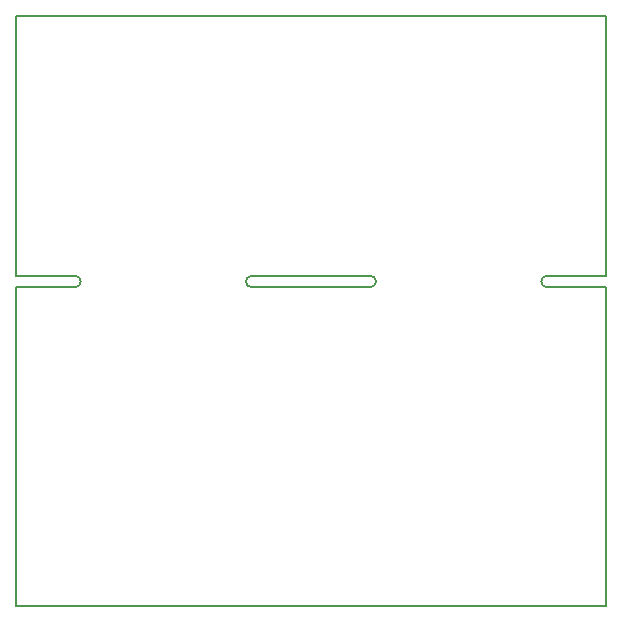
<source format=gm1>
G04 #@! TF.FileFunction,Profile,NP*
%FSLAX46Y46*%
G04 Gerber Fmt 4.6, Leading zero omitted, Abs format (unit mm)*
G04 Created by KiCad (PCBNEW 4.0.4-stable) date Thu Nov 17 11:55:04 2016*
%MOMM*%
%LPD*%
G01*
G04 APERTURE LIST*
%ADD10C,0.100000*%
%ADD11C,0.150000*%
G04 APERTURE END LIST*
D10*
D11*
X60000000Y-53000000D02*
G75*
G03X60000000Y-52000000I0J500000D01*
G01*
X50000000Y-52000000D02*
G75*
G03X50000000Y-53000000I0J-500000D01*
G01*
X60000000Y-52000000D02*
X50000000Y-52000000D01*
X50000000Y-53000000D02*
X60000000Y-53000000D01*
X80000000Y-52000000D02*
X80000000Y-30000000D01*
X80000000Y-53000000D02*
X80000000Y-80000000D01*
X75000000Y-52000000D02*
G75*
G03X75000000Y-53000000I0J-500000D01*
G01*
X80000000Y-53000000D02*
X75000000Y-53000000D01*
X80000000Y-52000000D02*
X75000000Y-52000000D01*
X35000000Y-53000000D02*
G75*
G03X35000000Y-52000000I0J500000D01*
G01*
X30000000Y-52000000D02*
X30000000Y-30000000D01*
X30000000Y-53000000D02*
X30000000Y-80000000D01*
X35000000Y-53000000D02*
X30000000Y-53000000D01*
X30000000Y-52000000D02*
X35000000Y-52000000D01*
X80000000Y-80000000D02*
X30000000Y-80000000D01*
X30000000Y-30000000D02*
X80000000Y-30000000D01*
M02*

</source>
